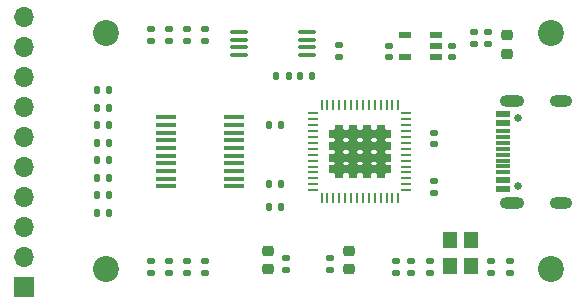
<source format=gts>
%TF.GenerationSoftware,KiCad,Pcbnew,7.0.5*%
%TF.CreationDate,2023-06-29T17:46:53+08:00*%
%TF.ProjectId,UINIO-Logic-24MHz,55494e49-4f2d-44c6-9f67-69632d32344d,Version 3.1.0*%
%TF.SameCoordinates,PX9259d20PY589b1b0*%
%TF.FileFunction,Soldermask,Top*%
%TF.FilePolarity,Negative*%
%FSLAX46Y46*%
G04 Gerber Fmt 4.6, Leading zero omitted, Abs format (unit mm)*
G04 Created by KiCad (PCBNEW 7.0.5) date 2023-06-29 17:46:53*
%MOMM*%
%LPD*%
G01*
G04 APERTURE LIST*
G04 Aperture macros list*
%AMRoundRect*
0 Rectangle with rounded corners*
0 $1 Rounding radius*
0 $2 $3 $4 $5 $6 $7 $8 $9 X,Y pos of 4 corners*
0 Add a 4 corners polygon primitive as box body*
4,1,4,$2,$3,$4,$5,$6,$7,$8,$9,$2,$3,0*
0 Add four circle primitives for the rounded corners*
1,1,$1+$1,$2,$3*
1,1,$1+$1,$4,$5*
1,1,$1+$1,$6,$7*
1,1,$1+$1,$8,$9*
0 Add four rect primitives between the rounded corners*
20,1,$1+$1,$2,$3,$4,$5,0*
20,1,$1+$1,$4,$5,$6,$7,0*
20,1,$1+$1,$6,$7,$8,$9,0*
20,1,$1+$1,$8,$9,$2,$3,0*%
%AMFreePoly0*
4,1,17,0.300000,0.502500,0.435000,0.367500,0.500000,0.367500,0.500000,-0.367500,0.435000,-0.367500,0.300000,-0.502500,0.300000,-0.587500,-0.300000,-0.587500,-0.300000,-0.502500,-0.435000,-0.367500,-0.750000,-0.367500,-0.750000,0.367500,-0.435000,0.367500,-0.300000,0.502500,-0.300000,0.837549,0.300000,0.837549,0.300000,0.502500,0.300000,0.502500,$1*%
%AMFreePoly1*
4,1,17,0.300000,0.502500,0.435000,0.367500,0.500000,0.367500,0.500000,-0.367500,0.435000,-0.367500,0.300000,-0.502500,0.300000,-0.587500,-0.300000,-0.587500,-0.300000,-0.502500,-0.435000,-0.367500,-0.750000,-0.367500,-0.750000,0.367500,-0.435000,0.367500,-0.300000,0.502500,-0.300000,0.587500,0.300000,0.587500,0.300000,0.502500,0.300000,0.502500,$1*%
%AMFreePoly2*
4,1,17,0.300000,0.502500,0.435000,0.367500,0.500000,0.367500,0.500000,-0.367500,0.435000,-0.367500,0.300000,-0.502500,0.300000,-0.837549,-0.300000,-0.837549,-0.300000,-0.502500,-0.435000,-0.367500,-0.750000,-0.367500,-0.750000,0.367500,-0.435000,0.367500,-0.300000,0.502500,-0.300000,0.587500,0.300000,0.587500,0.300000,0.502500,0.300000,0.502500,$1*%
%AMFreePoly3*
4,1,17,0.300000,0.502500,0.435000,0.367500,0.500000,0.367500,0.500000,-0.367500,0.435000,-0.367500,0.300000,-0.502500,0.300000,-0.587500,-0.300000,-0.587500,-0.300000,-0.502500,-0.435000,-0.367500,-0.500000,-0.367500,-0.500000,0.367500,-0.435000,0.367500,-0.300000,0.502500,-0.300000,0.837549,0.300000,0.837549,0.300000,0.502500,0.300000,0.502500,$1*%
%AMFreePoly4*
4,1,17,0.300000,0.502500,0.435000,0.367500,0.500000,0.367500,0.500000,-0.367500,0.435000,-0.367500,0.300000,-0.502500,0.300000,-0.587500,-0.300000,-0.587500,-0.300000,-0.502500,-0.435000,-0.367500,-0.500000,-0.367500,-0.500000,0.367500,-0.435000,0.367500,-0.300000,0.502500,-0.300000,0.587500,0.300000,0.587500,0.300000,0.502500,0.300000,0.502500,$1*%
%AMFreePoly5*
4,1,17,0.300000,0.502500,0.435000,0.367500,0.500000,0.367500,0.500000,-0.367500,0.435000,-0.367500,0.300000,-0.502500,0.300000,-0.837549,-0.300000,-0.837549,-0.300000,-0.502500,-0.435000,-0.367500,-0.500000,-0.367500,-0.500000,0.367500,-0.435000,0.367500,-0.300000,0.502500,-0.300000,0.587500,0.300000,0.587500,0.300000,0.502500,0.300000,0.502500,$1*%
%AMFreePoly6*
4,1,17,0.300000,0.502500,0.435000,0.367500,0.750000,0.367500,0.750000,-0.367500,0.435000,-0.367500,0.300000,-0.502500,0.300000,-0.587500,-0.300000,-0.587500,-0.300000,-0.502500,-0.435000,-0.367500,-0.500000,-0.367500,-0.500000,0.367500,-0.435000,0.367500,-0.300000,0.502500,-0.300000,0.837549,0.300000,0.837549,0.300000,0.502500,0.300000,0.502500,$1*%
%AMFreePoly7*
4,1,17,0.300000,0.502500,0.435000,0.367500,0.750000,0.367500,0.750000,-0.367500,0.435000,-0.367500,0.300000,-0.502500,0.300000,-0.587500,-0.300000,-0.587500,-0.300000,-0.502500,-0.435000,-0.367500,-0.500000,-0.367500,-0.500000,0.367500,-0.435000,0.367500,-0.300000,0.502500,-0.300000,0.587500,0.300000,0.587500,0.300000,0.502500,0.300000,0.502500,$1*%
%AMFreePoly8*
4,1,17,0.300000,0.502500,0.435000,0.367500,0.750000,0.367500,0.750000,-0.367500,0.435000,-0.367500,0.300000,-0.502500,0.300000,-0.837549,-0.300000,-0.837549,-0.300000,-0.502500,-0.435000,-0.367500,-0.500000,-0.367500,-0.500000,0.367500,-0.435000,0.367500,-0.300000,0.502500,-0.300000,0.587500,0.300000,0.587500,0.300000,0.502500,0.300000,0.502500,$1*%
G04 Aperture macros list end*
%ADD10C,2.200000*%
%ADD11RoundRect,0.100000X-0.637500X-0.100000X0.637500X-0.100000X0.637500X0.100000X-0.637500X0.100000X0*%
%ADD12RoundRect,0.140000X-0.170000X0.140000X-0.170000X-0.140000X0.170000X-0.140000X0.170000X0.140000X0*%
%ADD13RoundRect,0.135000X-0.185000X0.135000X-0.185000X-0.135000X0.185000X-0.135000X0.185000X0.135000X0*%
%ADD14RoundRect,0.140000X0.140000X0.170000X-0.140000X0.170000X-0.140000X-0.170000X0.140000X-0.170000X0*%
%ADD15RoundRect,0.135000X0.185000X-0.135000X0.185000X0.135000X-0.185000X0.135000X-0.185000X-0.135000X0*%
%ADD16FreePoly0,270.000000*%
%ADD17FreePoly1,270.000000*%
%ADD18FreePoly2,270.000000*%
%ADD19FreePoly3,270.000000*%
%ADD20FreePoly4,270.000000*%
%ADD21FreePoly5,270.000000*%
%ADD22FreePoly6,270.000000*%
%ADD23FreePoly7,270.000000*%
%ADD24FreePoly8,270.000000*%
%ADD25RoundRect,0.062500X-0.062500X0.375000X-0.062500X-0.375000X0.062500X-0.375000X0.062500X0.375000X0*%
%ADD26RoundRect,0.062500X-0.375000X0.062500X-0.375000X-0.062500X0.375000X-0.062500X0.375000X0.062500X0*%
%ADD27C,0.650000*%
%ADD28O,2.100000X1.000000*%
%ADD29O,1.900000X1.000000*%
%ADD30R,1.150000X0.600000*%
%ADD31R,1.150000X0.300000*%
%ADD32RoundRect,0.218750X-0.256250X0.218750X-0.256250X-0.218750X0.256250X-0.218750X0.256250X0.218750X0*%
%ADD33RoundRect,0.135000X0.135000X0.185000X-0.135000X0.185000X-0.135000X-0.185000X0.135000X-0.185000X0*%
%ADD34R,1.200000X1.400000*%
%ADD35RoundRect,0.140000X0.170000X-0.140000X0.170000X0.140000X-0.170000X0.140000X-0.170000X-0.140000X0*%
%ADD36RoundRect,0.135000X-0.135000X-0.185000X0.135000X-0.185000X0.135000X0.185000X-0.135000X0.185000X0*%
%ADD37O,1.742000X0.364000*%
%ADD38R,1.700000X1.700000*%
%ADD39O,1.700000X1.700000*%
%ADD40R,1.000000X0.600000*%
G04 APERTURE END LIST*
D10*
%TO.C,HOLE2*%
X-17735000Y-22705000D03*
%TD*%
D11*
%TO.C,U1*%
X-6437500Y-2640000D03*
X-6437500Y-3290000D03*
X-6437500Y-3940000D03*
X-6437500Y-4590000D03*
X-712500Y-4590000D03*
X-712500Y-3940000D03*
X-712500Y-3290000D03*
X-712500Y-2640000D03*
%TD*%
D12*
%TO.C,C1*%
X11565000Y-3785000D03*
X11565000Y-4745000D03*
%TD*%
D10*
%TO.C,HOLE4*%
X19945000Y-22705000D03*
%TD*%
D13*
%TO.C,R16*%
X-13925000Y-2385000D03*
X-13925000Y-3405000D03*
%TD*%
%TO.C,R20*%
X10105000Y-15235000D03*
X10105000Y-16255000D03*
%TD*%
D14*
%TO.C,C5*%
X-2915000Y-15525000D03*
X-3875000Y-15525000D03*
%TD*%
D13*
%TO.C,R24*%
X16505000Y-22015000D03*
X16505000Y-23035000D03*
%TD*%
D15*
%TO.C,R11*%
X-10860716Y-23055000D03*
X-10860716Y-22035000D03*
%TD*%
D16*
%TO.C,U4*%
X5567500Y-11275000D03*
D17*
X4392500Y-11275000D03*
X3217500Y-11275000D03*
D18*
X2042500Y-11275000D03*
D19*
X5567500Y-12275000D03*
D20*
X4392500Y-12275000D03*
X3217500Y-12275000D03*
D21*
X2042500Y-12275000D03*
D19*
X5567500Y-13275000D03*
D20*
X4392500Y-13275000D03*
X3217500Y-13275000D03*
D21*
X2042500Y-13275000D03*
D22*
X5567500Y-14275000D03*
D23*
X4392500Y-14275000D03*
X3217500Y-14275000D03*
D24*
X2042500Y-14275000D03*
D25*
X7055000Y-8837500D03*
X6555000Y-8837500D03*
X6055000Y-8837500D03*
X5555000Y-8837500D03*
X5055000Y-8837500D03*
X4555000Y-8837500D03*
X4055000Y-8837500D03*
X3555000Y-8837500D03*
X3055000Y-8837500D03*
X2555000Y-8837500D03*
X2055000Y-8837500D03*
X1555000Y-8837500D03*
X1055000Y-8837500D03*
X555000Y-8837500D03*
D26*
X-132500Y-9525000D03*
X-132500Y-10025000D03*
X-132500Y-10525000D03*
X-132500Y-11025000D03*
X-132500Y-11525000D03*
X-132500Y-12025000D03*
X-132500Y-12525000D03*
X-132500Y-13025000D03*
X-132500Y-13525000D03*
X-132500Y-14025000D03*
X-132500Y-14525000D03*
X-132500Y-15025000D03*
X-132500Y-15525000D03*
X-132500Y-16025000D03*
D25*
X555000Y-16712500D03*
X1055000Y-16712500D03*
X1555000Y-16712500D03*
X2055000Y-16712500D03*
X2555000Y-16712500D03*
X3055000Y-16712500D03*
X3555000Y-16712500D03*
X4055000Y-16712500D03*
X4555000Y-16712500D03*
X5055000Y-16712500D03*
X5555000Y-16712500D03*
X6055000Y-16712500D03*
X6555000Y-16712500D03*
X7055000Y-16712500D03*
D26*
X7742500Y-16025000D03*
X7742500Y-15525000D03*
X7742500Y-15025000D03*
X7742500Y-14525000D03*
X7742500Y-14025000D03*
X7742500Y-13525000D03*
X7742500Y-13025000D03*
X7742500Y-12525000D03*
X7742500Y-12025000D03*
X7742500Y-11525000D03*
X7742500Y-11025000D03*
X7742500Y-10525000D03*
X7742500Y-10025000D03*
X7742500Y-9525000D03*
%TD*%
D15*
%TO.C,R19*%
X1225000Y-22775000D03*
X1225000Y-21755000D03*
%TD*%
D27*
%TO.C,USB1*%
X17166000Y-15660000D03*
X17166000Y-9880000D03*
D28*
X16666000Y-17095000D03*
X16666000Y-8445000D03*
D29*
X20866000Y-17095000D03*
X20866000Y-8445000D03*
D30*
X15904000Y-15970000D03*
X15904000Y-15170000D03*
D31*
X15904000Y-14020000D03*
X15904000Y-13020000D03*
X15904000Y-12520000D03*
X15904000Y-11520000D03*
D30*
X15904000Y-9570000D03*
X15904000Y-10370000D03*
D31*
X15904000Y-11020000D03*
X15904000Y-12020000D03*
X15904000Y-13520000D03*
X15904000Y-14520000D03*
%TD*%
D12*
%TO.C,C2*%
X6235000Y-3785000D03*
X6235000Y-4745000D03*
%TD*%
D32*
%TO.C,D1*%
X16215000Y-2897500D03*
X16215000Y-4472500D03*
%TD*%
D33*
%TO.C,R3*%
X-17475000Y-10520714D03*
X-18495000Y-10520714D03*
%TD*%
D32*
%TO.C,D3*%
X2850000Y-21157500D03*
X2850000Y-22732500D03*
%TD*%
%TO.C,D2*%
X-4015000Y-21157500D03*
X-4015000Y-22732500D03*
%TD*%
D14*
%TO.C,C4*%
X-2915000Y-17455000D03*
X-3875000Y-17455000D03*
%TD*%
D33*
%TO.C,R8*%
X-17475000Y-17935000D03*
X-18495000Y-17935000D03*
%TD*%
D15*
%TO.C,R18*%
X-2475000Y-22775000D03*
X-2475000Y-21755000D03*
%TD*%
D33*
%TO.C,R5*%
X-17475000Y-13486428D03*
X-18495000Y-13486428D03*
%TD*%
%TO.C,R4*%
X-17475000Y-12003571D03*
X-18495000Y-12003571D03*
%TD*%
D13*
%TO.C,R13*%
X-9328568Y-2385000D03*
X-9328568Y-3405000D03*
%TD*%
D34*
%TO.C,Y1*%
X13165000Y-22445000D03*
X13165000Y-20245000D03*
X11465000Y-20245000D03*
X11465000Y-22445000D03*
%TD*%
D12*
%TO.C,C10*%
X8135000Y-22055000D03*
X8135000Y-23015000D03*
%TD*%
D15*
%TO.C,R17*%
X14645000Y-3615000D03*
X14645000Y-2595000D03*
%TD*%
D33*
%TO.C,R2*%
X-17475000Y-9037857D03*
X-18495000Y-9037857D03*
%TD*%
D35*
%TO.C,C3*%
X2055000Y-4735000D03*
X2055000Y-3775000D03*
%TD*%
D12*
%TO.C,C9*%
X14895000Y-22055000D03*
X14895000Y-23015000D03*
%TD*%
D10*
%TO.C,HOLE3*%
X19945000Y-2705000D03*
%TD*%
D15*
%TO.C,R9*%
X-13925000Y-23055000D03*
X-13925000Y-22035000D03*
%TD*%
D33*
%TO.C,R1*%
X-17475000Y-7555000D03*
X-18495000Y-7555000D03*
%TD*%
D36*
%TO.C,R22*%
X-1245000Y-6375000D03*
X-225000Y-6375000D03*
%TD*%
D33*
%TO.C,R7*%
X-17475000Y-16452142D03*
X-18495000Y-16452142D03*
%TD*%
D12*
%TO.C,C7*%
X10105000Y-11175000D03*
X10105000Y-12135000D03*
%TD*%
D36*
%TO.C,R21*%
X-3265000Y-6375000D03*
X-2245000Y-6375000D03*
%TD*%
D14*
%TO.C,C6*%
X-2905000Y-10515000D03*
X-3865000Y-10515000D03*
%TD*%
D37*
%TO.C,U2*%
X-6874000Y-15700000D03*
X-6874000Y-15050000D03*
X-6874000Y-14400000D03*
X-6874000Y-13750000D03*
X-6874000Y-13100000D03*
X-6874000Y-12450000D03*
X-6874000Y-11800000D03*
X-6874000Y-11150000D03*
X-6874000Y-10500000D03*
X-6874000Y-9850000D03*
X-12616000Y-9850000D03*
X-12616000Y-10500000D03*
X-12616000Y-11150000D03*
X-12616000Y-11800000D03*
X-12616000Y-12450000D03*
X-12616000Y-13100000D03*
X-12616000Y-13750000D03*
X-12616000Y-14400000D03*
X-12616000Y-15050000D03*
X-12616000Y-15700000D03*
%TD*%
D13*
%TO.C,R15*%
X-12392852Y-2385000D03*
X-12392852Y-3405000D03*
%TD*%
D38*
%TO.C,J1*%
X-24640000Y-24200000D03*
D39*
X-24640000Y-21660000D03*
X-24640000Y-19120000D03*
X-24640000Y-16580000D03*
X-24640000Y-14040000D03*
X-24640000Y-11500000D03*
X-24640000Y-8960000D03*
X-24640000Y-6420000D03*
X-24640000Y-3880000D03*
X-24640000Y-1340000D03*
%TD*%
D15*
%TO.C,R12*%
X-9328574Y-23055000D03*
X-9328574Y-22035000D03*
%TD*%
%TO.C,R10*%
X-12392858Y-23055000D03*
X-12392858Y-22035000D03*
%TD*%
D13*
%TO.C,R14*%
X-10860710Y-2385000D03*
X-10860710Y-3405000D03*
%TD*%
D15*
%TO.C,R25*%
X13425000Y-3615000D03*
X13425000Y-2595000D03*
%TD*%
%TO.C,R23*%
X6845000Y-23025000D03*
X6845000Y-22005000D03*
%TD*%
D10*
%TO.C,HOLE1*%
X-17735000Y-2705000D03*
%TD*%
D35*
%TO.C,C8*%
X9755000Y-23005000D03*
X9755000Y-22045000D03*
%TD*%
D40*
%TO.C,U3*%
X10200000Y-4757000D03*
X10200000Y-3807000D03*
X10200000Y-2857000D03*
X7600000Y-2857000D03*
X7600000Y-4757000D03*
%TD*%
D33*
%TO.C,R6*%
X-17475000Y-14969285D03*
X-18495000Y-14969285D03*
%TD*%
M02*

</source>
